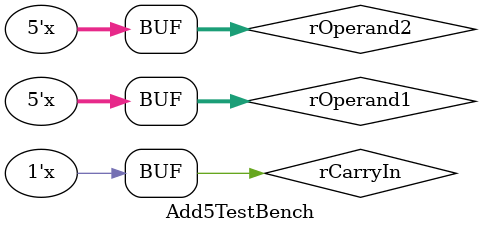
<source format=v>
`timescale 1ns / 1ps


module Add5TestBench();
   
    reg[4:0] rOperand1, rOperand2;
    reg rCarryIn;
    wire[4:0] wResult;
    wire wCarryOut;
    
    parameter pDelay = 100;
   
    Add5Top ad5Test
    (
        ._CI(rCarryIn),
        ._CO(wCarryOut),
        ._A(rOperand1),
        ._B(rOperand2),
        ._S(wResult)
    );
    
     initial 
       begin 
           rOperand1 = 5'b01101;
           rOperand2 = 5'b01110;
           rCarryIn = 1'b0;
       end
       
       always 
       begin
          #pDelay { rOperand1,rOperand2,rCarryIn } = { rOperand1,rOperand2,rCarryIn } + 1'b1;
       end
endmodule

</source>
